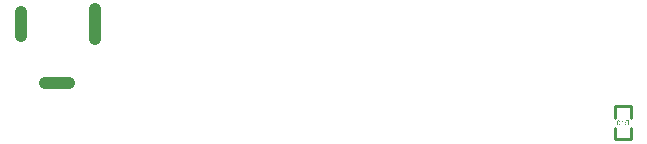
<source format=gbo>
G04*
G04 #@! TF.GenerationSoftware,Altium Limited,Altium Designer,21.0.8 (223)*
G04*
G04 Layer_Color=32896*
%FSLAX24Y24*%
%MOIN*%
G70*
G04*
G04 #@! TF.SameCoordinates,11726A0C-8756-45C8-9DEF-AB95AD2673E8*
G04*
G04*
G04 #@! TF.FilePolarity,Positive*
G04*
G01*
G75*
%ADD10C,0.0100*%
%ADD17C,0.0394*%
G36*
X23378Y5226D02*
X23381Y5222D01*
X23384Y5219D01*
X23387Y5216D01*
X23389Y5213D01*
X23391Y5212D01*
X23391Y5211D01*
X23392Y5210D01*
X23393Y5209D01*
X23393Y5209D01*
X23393Y5209D01*
X23398Y5205D01*
X23403Y5201D01*
X23408Y5198D01*
X23412Y5195D01*
X23414Y5194D01*
X23416Y5193D01*
X23418Y5192D01*
X23419Y5191D01*
X23421Y5191D01*
X23421Y5190D01*
X23422Y5190D01*
X23422Y5190D01*
Y5171D01*
X23419Y5173D01*
X23415Y5174D01*
X23412Y5176D01*
X23409Y5177D01*
X23406Y5179D01*
X23405Y5180D01*
X23404Y5180D01*
X23403Y5181D01*
X23402Y5181D01*
X23402Y5181D01*
X23402D01*
X23397Y5184D01*
X23394Y5186D01*
X23391Y5189D01*
X23388Y5191D01*
X23386Y5192D01*
X23384Y5194D01*
X23383Y5194D01*
X23383Y5195D01*
Y5070D01*
X23363D01*
Y5230D01*
X23376D01*
X23378Y5226D01*
D02*
G37*
G36*
X23590Y5070D02*
X23569D01*
Y5141D01*
X23542D01*
X23539Y5141D01*
X23537Y5141D01*
X23535D01*
X23534Y5140D01*
X23533Y5140D01*
X23533Y5140D01*
X23533D01*
X23531Y5140D01*
X23529Y5139D01*
X23528Y5138D01*
X23526Y5137D01*
X23525Y5137D01*
X23524Y5136D01*
X23523Y5136D01*
X23523Y5136D01*
X23521Y5135D01*
X23519Y5133D01*
X23518Y5131D01*
X23516Y5129D01*
X23514Y5128D01*
X23513Y5126D01*
X23513Y5126D01*
X23512Y5125D01*
Y5125D01*
X23510Y5122D01*
X23507Y5119D01*
X23505Y5115D01*
X23502Y5111D01*
X23500Y5108D01*
X23499Y5107D01*
X23499Y5106D01*
X23498Y5105D01*
X23497Y5104D01*
X23497Y5103D01*
X23497Y5103D01*
X23476Y5070D01*
X23450D01*
X23477Y5113D01*
X23480Y5118D01*
X23483Y5122D01*
X23486Y5126D01*
X23489Y5129D01*
X23491Y5131D01*
X23492Y5132D01*
X23493Y5133D01*
X23494Y5134D01*
X23494Y5134D01*
X23495Y5135D01*
X23495Y5135D01*
X23496Y5136D01*
X23498Y5138D01*
X23501Y5139D01*
X23503Y5140D01*
X23505Y5141D01*
X23506Y5142D01*
X23507Y5142D01*
X23507Y5143D01*
X23507D01*
X23503Y5143D01*
X23499Y5144D01*
X23496Y5145D01*
X23492Y5146D01*
X23489Y5148D01*
X23487Y5149D01*
X23484Y5150D01*
X23482Y5151D01*
X23480Y5152D01*
X23478Y5154D01*
X23477Y5155D01*
X23475Y5155D01*
X23475Y5156D01*
X23474Y5157D01*
X23474Y5157D01*
X23473Y5157D01*
X23471Y5160D01*
X23470Y5162D01*
X23468Y5164D01*
X23467Y5167D01*
X23466Y5169D01*
X23465Y5172D01*
X23464Y5176D01*
X23463Y5178D01*
X23463Y5180D01*
X23463Y5182D01*
X23463Y5183D01*
X23462Y5184D01*
Y5185D01*
Y5186D01*
Y5186D01*
X23463Y5191D01*
X23463Y5195D01*
X23464Y5199D01*
X23466Y5203D01*
X23466Y5205D01*
X23467Y5206D01*
X23468Y5207D01*
X23468Y5208D01*
X23468Y5209D01*
X23469Y5210D01*
X23469Y5210D01*
Y5210D01*
X23472Y5214D01*
X23475Y5217D01*
X23478Y5220D01*
X23480Y5222D01*
X23483Y5223D01*
X23485Y5224D01*
X23486Y5225D01*
X23486Y5225D01*
X23487Y5225D01*
X23487D01*
X23489Y5226D01*
X23491Y5227D01*
X23497Y5228D01*
X23502Y5229D01*
X23507Y5229D01*
X23510Y5229D01*
X23512Y5230D01*
X23514D01*
X23516Y5230D01*
X23590D01*
Y5070D01*
D02*
G37*
G36*
X23264Y5230D02*
X23267Y5230D01*
X23270Y5229D01*
X23273Y5229D01*
X23275Y5228D01*
X23278Y5227D01*
X23280Y5226D01*
X23282Y5226D01*
X23284Y5225D01*
X23286Y5224D01*
X23287Y5223D01*
X23288Y5222D01*
X23289Y5222D01*
X23289Y5221D01*
X23290Y5221D01*
X23290Y5221D01*
X23292Y5219D01*
X23294Y5217D01*
X23297Y5213D01*
X23301Y5208D01*
X23303Y5204D01*
X23304Y5202D01*
X23305Y5200D01*
X23306Y5199D01*
X23306Y5197D01*
X23307Y5196D01*
X23307Y5195D01*
X23307Y5194D01*
Y5194D01*
X23308Y5191D01*
X23309Y5187D01*
X23311Y5180D01*
X23312Y5172D01*
X23312Y5169D01*
X23312Y5165D01*
X23313Y5162D01*
X23313Y5159D01*
X23313Y5156D01*
Y5153D01*
X23313Y5151D01*
Y5150D01*
Y5149D01*
Y5149D01*
X23313Y5141D01*
X23312Y5133D01*
X23312Y5126D01*
X23311Y5120D01*
X23309Y5114D01*
X23308Y5108D01*
X23307Y5104D01*
X23305Y5099D01*
X23304Y5096D01*
X23302Y5092D01*
X23301Y5090D01*
X23300Y5088D01*
X23299Y5086D01*
X23298Y5085D01*
X23297Y5084D01*
X23297Y5084D01*
X23295Y5081D01*
X23292Y5078D01*
X23289Y5076D01*
X23286Y5074D01*
X23283Y5073D01*
X23280Y5071D01*
X23277Y5070D01*
X23274Y5069D01*
X23272Y5069D01*
X23269Y5068D01*
X23267Y5068D01*
X23265Y5068D01*
X23263Y5068D01*
X23262Y5067D01*
X23261D01*
X23258Y5068D01*
X23255Y5068D01*
X23252Y5068D01*
X23249Y5069D01*
X23247Y5070D01*
X23244Y5070D01*
X23242Y5071D01*
X23240Y5072D01*
X23238Y5073D01*
X23237Y5074D01*
X23235Y5075D01*
X23234Y5075D01*
X23233Y5076D01*
X23233Y5076D01*
X23232Y5077D01*
X23232Y5077D01*
X23230Y5079D01*
X23228Y5081D01*
X23225Y5085D01*
X23222Y5089D01*
X23219Y5094D01*
X23218Y5096D01*
X23217Y5098D01*
X23217Y5099D01*
X23216Y5101D01*
X23215Y5102D01*
X23215Y5103D01*
X23215Y5103D01*
Y5103D01*
X23214Y5107D01*
X23213Y5110D01*
X23211Y5118D01*
X23210Y5125D01*
X23210Y5129D01*
X23210Y5133D01*
X23210Y5136D01*
X23209Y5139D01*
X23209Y5142D01*
X23209Y5144D01*
Y5146D01*
Y5148D01*
Y5148D01*
Y5149D01*
Y5153D01*
X23209Y5157D01*
X23209Y5161D01*
X23210Y5165D01*
X23210Y5168D01*
X23210Y5171D01*
X23211Y5174D01*
X23211Y5176D01*
X23211Y5179D01*
X23211Y5181D01*
X23212Y5182D01*
X23212Y5184D01*
X23212Y5185D01*
X23213Y5186D01*
X23213Y5186D01*
Y5186D01*
X23214Y5191D01*
X23216Y5196D01*
X23217Y5200D01*
X23219Y5203D01*
X23220Y5205D01*
X23220Y5206D01*
X23221Y5207D01*
X23222Y5208D01*
X23222Y5209D01*
X23222Y5209D01*
X23223Y5210D01*
Y5210D01*
X23225Y5213D01*
X23228Y5217D01*
X23230Y5219D01*
X23233Y5221D01*
X23235Y5223D01*
X23237Y5224D01*
X23238Y5224D01*
X23238Y5225D01*
X23238Y5225D01*
X23239D01*
X23242Y5227D01*
X23246Y5228D01*
X23250Y5229D01*
X23254Y5230D01*
X23257Y5230D01*
X23258Y5230D01*
X23259Y5230D01*
X23261D01*
X23264Y5230D01*
D02*
G37*
%LPC*%
G36*
X23569Y5212D02*
X23515D01*
X23512Y5212D01*
X23509Y5211D01*
X23507Y5211D01*
X23505Y5210D01*
X23502Y5210D01*
X23501Y5209D01*
X23499Y5208D01*
X23497Y5208D01*
X23496Y5207D01*
X23495Y5206D01*
X23494Y5206D01*
X23493Y5205D01*
X23493Y5205D01*
X23493Y5205D01*
X23492Y5205D01*
X23491Y5203D01*
X23490Y5202D01*
X23488Y5199D01*
X23486Y5196D01*
X23485Y5193D01*
X23484Y5190D01*
X23484Y5189D01*
Y5188D01*
X23484Y5187D01*
Y5187D01*
Y5186D01*
Y5186D01*
X23484Y5183D01*
X23485Y5181D01*
X23486Y5178D01*
X23486Y5176D01*
X23487Y5174D01*
X23488Y5173D01*
X23488Y5172D01*
X23488Y5172D01*
X23490Y5169D01*
X23492Y5167D01*
X23494Y5166D01*
X23496Y5164D01*
X23498Y5163D01*
X23500Y5163D01*
X23501Y5162D01*
X23501Y5162D01*
X23501D01*
X23504Y5161D01*
X23508Y5160D01*
X23512Y5160D01*
X23515Y5160D01*
X23519Y5159D01*
X23520D01*
X23521Y5159D01*
X23569D01*
Y5212D01*
D02*
G37*
G36*
X23263Y5214D02*
X23261D01*
X23259Y5214D01*
X23256Y5213D01*
X23254Y5213D01*
X23252Y5212D01*
X23248Y5210D01*
X23245Y5208D01*
X23243Y5206D01*
X23242Y5205D01*
X23241Y5204D01*
X23240Y5203D01*
X23239Y5202D01*
X23239Y5201D01*
X23239Y5201D01*
X23238Y5201D01*
X23237Y5198D01*
X23235Y5195D01*
X23234Y5191D01*
X23233Y5187D01*
X23232Y5183D01*
X23231Y5179D01*
X23230Y5170D01*
X23230Y5166D01*
X23230Y5162D01*
X23229Y5158D01*
X23229Y5155D01*
X23229Y5152D01*
Y5151D01*
Y5150D01*
Y5150D01*
Y5149D01*
Y5149D01*
Y5149D01*
X23229Y5142D01*
X23229Y5135D01*
X23230Y5129D01*
X23231Y5124D01*
X23231Y5119D01*
X23232Y5115D01*
X23233Y5111D01*
X23234Y5108D01*
X23235Y5105D01*
X23236Y5103D01*
X23236Y5101D01*
X23237Y5099D01*
X23238Y5098D01*
X23238Y5097D01*
X23238Y5097D01*
X23238Y5096D01*
X23240Y5094D01*
X23242Y5092D01*
X23244Y5090D01*
X23246Y5089D01*
X23248Y5088D01*
X23250Y5087D01*
X23251Y5086D01*
X23253Y5085D01*
X23256Y5084D01*
X23258Y5084D01*
X23259Y5084D01*
X23260D01*
X23261Y5083D01*
X23261D01*
X23264Y5084D01*
X23266Y5084D01*
X23268Y5085D01*
X23270Y5086D01*
X23274Y5087D01*
X23278Y5090D01*
X23280Y5092D01*
X23281Y5093D01*
X23282Y5094D01*
X23283Y5095D01*
X23283Y5096D01*
X23284Y5096D01*
X23284Y5096D01*
X23285Y5099D01*
X23287Y5102D01*
X23288Y5106D01*
X23289Y5110D01*
X23290Y5114D01*
X23291Y5119D01*
X23292Y5127D01*
X23292Y5132D01*
X23292Y5136D01*
X23293Y5139D01*
X23293Y5142D01*
X23293Y5145D01*
Y5146D01*
Y5147D01*
Y5148D01*
Y5148D01*
Y5149D01*
Y5149D01*
X23293Y5156D01*
X23292Y5162D01*
X23292Y5168D01*
X23291Y5174D01*
X23291Y5178D01*
X23290Y5183D01*
X23289Y5187D01*
X23288Y5190D01*
X23287Y5193D01*
X23286Y5196D01*
X23285Y5198D01*
X23284Y5200D01*
X23284Y5201D01*
X23283Y5202D01*
X23283Y5202D01*
X23283Y5203D01*
X23281Y5205D01*
X23280Y5206D01*
X23278Y5208D01*
X23276Y5209D01*
X23274Y5210D01*
X23273Y5211D01*
X23269Y5213D01*
X23266Y5213D01*
X23265Y5214D01*
X23264Y5214D01*
X23263Y5214D01*
D02*
G37*
%LPD*%
D10*
X23660Y4608D02*
Y4986D01*
X23140Y4608D02*
X23660D01*
X23140D02*
Y4986D01*
X23660Y5321D02*
Y5699D01*
X23140D02*
X23660D01*
X23140Y5321D02*
Y5699D01*
D17*
X5791Y7952D02*
Y8936D01*
X4137Y6475D02*
X4925D01*
X3350Y8050D02*
Y8837D01*
M02*

</source>
